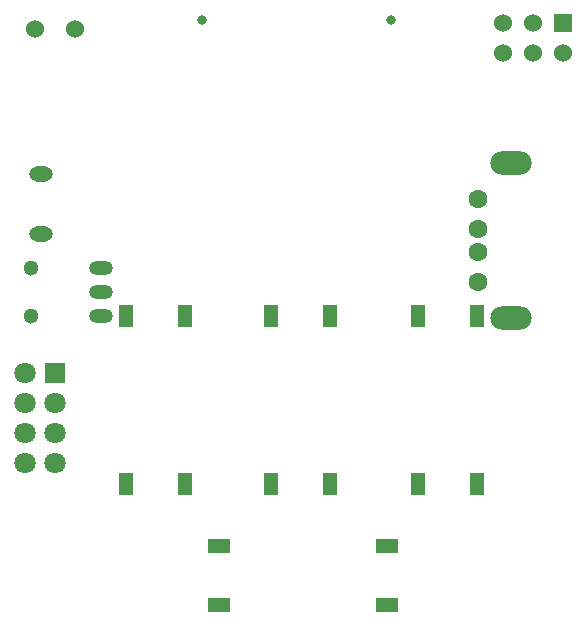
<source format=gbs>
G04 #@! TF.GenerationSoftware,KiCad,Pcbnew,(5.1.9-0-10_14)*
G04 #@! TF.CreationDate,2021-04-26T19:25:28+02:00*
G04 #@! TF.ProjectId,Le_kube,4c655f6b-7562-4652-9e6b-696361645f70,rev?*
G04 #@! TF.SameCoordinates,Original*
G04 #@! TF.FileFunction,Soldermask,Bot*
G04 #@! TF.FilePolarity,Negative*
%FSLAX46Y46*%
G04 Gerber Fmt 4.6, Leading zero omitted, Abs format (unit mm)*
G04 Created by KiCad (PCBNEW (5.1.9-0-10_14)) date 2021-04-26 19:25:28*
%MOMM*%
%LPD*%
G01*
G04 APERTURE LIST*
%ADD10R,1.300000X1.950000*%
%ADD11O,3.500000X2.000000*%
%ADD12C,1.600000*%
%ADD13C,1.524000*%
%ADD14R,1.524000X1.524000*%
%ADD15C,0.800000*%
%ADD16R,1.800000X1.800000*%
%ADD17C,1.800000*%
%ADD18O,2.000000X1.300000*%
%ADD19R,1.950000X1.300000*%
%ADD20O,2.000000X1.200000*%
%ADD21C,1.300000*%
G04 APERTURE END LIST*
D10*
X115250000Y-96212000D03*
X115250000Y-81988000D03*
X110250000Y-96212000D03*
X110250000Y-81988000D03*
D11*
X118125000Y-69052000D03*
X118125000Y-82168000D03*
D12*
X115375000Y-72110000D03*
X115375000Y-74610000D03*
X115375000Y-76610000D03*
X115375000Y-79110000D03*
D13*
X117460000Y-59770000D03*
X117460000Y-57230000D03*
X120000000Y-59770000D03*
X120000000Y-57230000D03*
X122540000Y-59770000D03*
D14*
X122540000Y-57230000D03*
D15*
X108000000Y-56900000D03*
X92000000Y-56900000D03*
D16*
X79490000Y-86830000D03*
D17*
X79490000Y-89370000D03*
X79490000Y-91910000D03*
X79490000Y-94450000D03*
X76950000Y-86830000D03*
X76950000Y-89370000D03*
X76950000Y-91910000D03*
X76950000Y-94450000D03*
D10*
X102850000Y-96188000D03*
X102850000Y-81964000D03*
X97850000Y-96188000D03*
X97850000Y-81964000D03*
X90500000Y-96212000D03*
X90500000Y-81988000D03*
X85500000Y-96212000D03*
X85500000Y-81988000D03*
D18*
X78300000Y-75040000D03*
X78300000Y-69960000D03*
D19*
X93388000Y-106500000D03*
X107612000Y-106500000D03*
X93388000Y-101500000D03*
X107612000Y-101500000D03*
D13*
X77825000Y-57700000D03*
X81225000Y-57700000D03*
D20*
X83400000Y-81975000D03*
X83400000Y-79975000D03*
X83400000Y-77975000D03*
D21*
X77500000Y-77975000D03*
X77500000Y-81975000D03*
M02*

</source>
